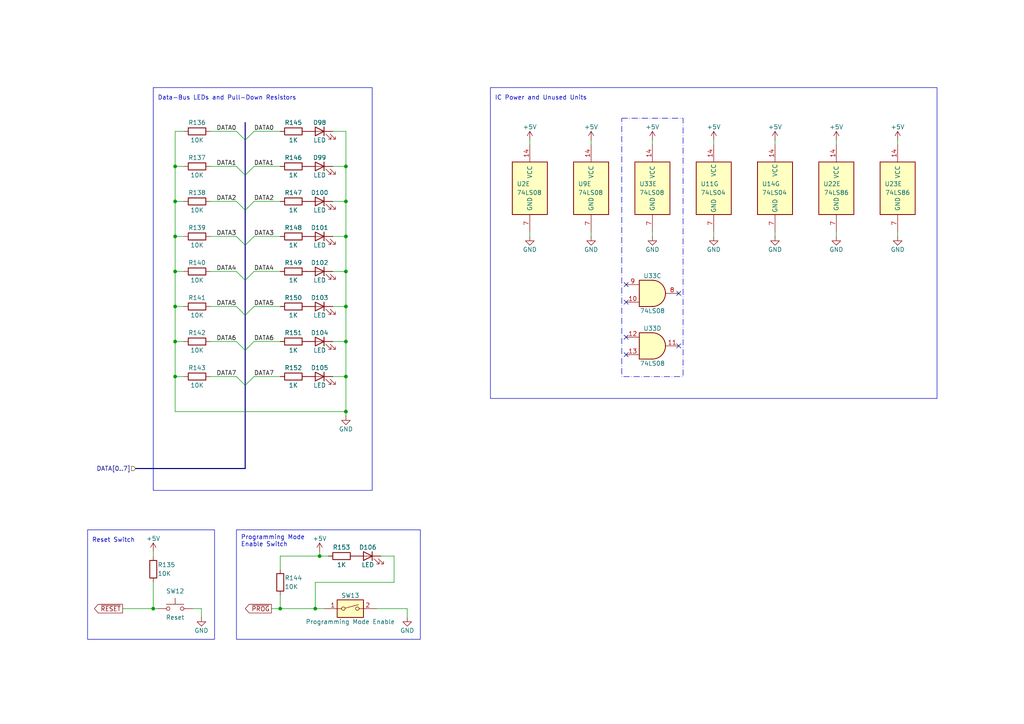
<source format=kicad_sch>
(kicad_sch (version 20231120) (generator "eeschema") (generator_version "8.0")
  (paper "A4")
  (title_block (title "8-Bit Computer - Miscellaneous") (date "2024-03-10") (rev "1") (comment 1 "Creator: Matan Brightbert"))
  (lib_symbols
    (symbol "74xx:74LS04"
      (property "Reference" "U" (at 0 1.27 0))
      (property "Value" "74LS04" (at 0 -1.27 0))
      (symbol "74LS04_1_0"
        (polyline (pts (xy -3.81 3.81) (xy -3.81 -3.81) (xy 3.81 0) (xy -3.81 3.81)) (stroke (width 0.254)) (fill (type background)))
        (pin input line (at -7.62 0 0) (length 3.81) (name "~") (number "1"))
        (pin output inverted (at 7.62 0 180) (length 3.81) (name "~") (number "2"))
      )
      (symbol "74LS04_2_0"
        (polyline (pts (xy -3.81 3.81) (xy -3.81 -3.81) (xy 3.81 0) (xy -3.81 3.81)) (stroke (width 0.254)) (fill (type background)))
        (pin input line (at -7.62 0 0) (length 3.81) (name "~") (number "3"))
        (pin output inverted (at 7.62 0 180) (length 3.81) (name "~") (number "4"))
      )
      (symbol "74LS04_3_0"
        (polyline (pts (xy -3.81 3.81) (xy -3.81 -3.81) (xy 3.81 0) (xy -3.81 3.81)) (stroke (width 0.254)) (fill (type background)))
        (pin input line (at -7.62 0 0) (length 3.81) (name "~") (number "5"))
        (pin output inverted (at 7.62 0 180) (length 3.81) (name "~") (number "6"))
      )
      (symbol "74LS04_4_0"
        (polyline (pts (xy -3.81 3.81) (xy -3.81 -3.81) (xy 3.81 0) (xy -3.81 3.81)) (stroke (width 0.254)) (fill (type background)))
        (pin output inverted (at 7.62 0 180) (length 3.81) (name "~") (number "8"))
        (pin input line (at -7.62 0 0) (length 3.81) (name "~") (number "9"))
      )
      (symbol "74LS04_5_0"
        (polyline (pts (xy -3.81 3.81) (xy -3.81 -3.81) (xy 3.81 0) (xy -3.81 3.81)) (stroke (width 0.254)) (fill (type background)))
        (pin output inverted (at 7.62 0 180) (length 3.81) (name "~") (number "10"))
        (pin input line (at -7.62 0 0) (length 3.81) (name "~") (number "11"))
      )
      (symbol "74LS04_6_0"
        (polyline (pts (xy -3.81 3.81) (xy -3.81 -3.81) (xy 3.81 0) (xy -3.81 3.81)) (stroke (width 0.254)) (fill (type background)))
        (pin output inverted (at 7.62 0 180) (length 3.81) (name "~") (number "12"))
        (pin input line (at -7.62 0 0) (length 3.81) (name "~") (number "13"))
      )
      (symbol "74LS04_7_0"
        (pin power_in line (at 0 12.7 270) (length 5.08) (name "VCC") (number "14"))
        (pin power_in line (at 0 -12.7 90) (length 5.08) (name "GND") (number "7"))
      )
      (symbol "74LS04_7_1"
        (rectangle (start -5.08 7.62) (end 5.08 -7.62) (stroke (width 0.254)) (fill (type background)))
      )
    )
    (symbol "74xx:74LS08" (pin_names (offset 1.016))
      (property "Reference" "U" (at 0 1.27 0))
      (property "Value" "74LS08" (at 0 -1.27 0))
      (symbol "74LS08_1_1"
        (arc (start 0 -3.81) (mid 3.7934 0) (end 0 3.81) (stroke (width 0.254)) (fill (type background)))
        (polyline (pts (xy 0 3.81) (xy -3.81 3.81) (xy -3.81 -3.81) (xy 0 -3.81)) (stroke (width 0.254)) (fill (type background)))
        (pin input line (at -7.62 2.54 0) (length 3.81) (name "~") (number "1"))
        (pin input line (at -7.62 -2.54 0) (length 3.81) (name "~") (number "2"))
        (pin output line (at 7.62 0 180) (length 3.81) (name "~") (number "3"))
      )
      (symbol "74LS08_1_2"
        (arc (start -3.81 -3.81) (mid -2.589 0) (end -3.81 3.81) (stroke (width 0.254)))
        (arc (start -0.6096 -3.81) (mid 2.1842 -2.5851) (end 3.81 0) (stroke (width 0.254)) (fill (type background)))
        (polyline (pts (xy -3.81 -3.81) (xy -0.635 -3.81)) (stroke (width 0.254)) (fill (type background)))
        (polyline (pts (xy -3.81 3.81) (xy -0.635 3.81)) (stroke (width 0.254)) (fill (type background)))
        (polyline (pts (xy -0.635 3.81) (xy -3.81 3.81) (xy -3.81 3.81) (xy -3.556 3.4036) (xy -3.0226 2.2606) (xy -2.6924 1.0414) (xy -2.6162 -0.254) (xy -2.7686 -1.4986) (xy -3.175 -2.7178) (xy -3.81 -3.81) (xy -3.81 -3.81) (xy -0.635 -3.81)) (stroke (width -25.4)) (fill (type background)))
        (arc (start 3.81 0) (mid 2.1915 2.5936) (end -0.6096 3.81) (stroke (width 0.254)) (fill (type background)))
        (pin input inverted (at -7.62 2.54 0) (length 4.318) (name "~") (number "1"))
        (pin input inverted (at -7.62 -2.54 0) (length 4.318) (name "~") (number "2"))
        (pin output inverted (at 7.62 0 180) (length 3.81) (name "~") (number "3"))
      )
      (symbol "74LS08_2_1"
        (arc (start 0 -3.81) (mid 3.7934 0) (end 0 3.81) (stroke (width 0.254)) (fill (type background)))
        (polyline (pts (xy 0 3.81) (xy -3.81 3.81) (xy -3.81 -3.81) (xy 0 -3.81)) (stroke (width 0.254)) (fill (type background)))
        (pin input line (at -7.62 2.54 0) (length 3.81) (name "~") (number "4"))
        (pin input line (at -7.62 -2.54 0) (length 3.81) (name "~") (number "5"))
        (pin output line (at 7.62 0 180) (length 3.81) (name "~") (number "6"))
      )
      (symbol "74LS08_2_2"
        (arc (start -3.81 -3.81) (mid -2.589 0) (end -3.81 3.81) (stroke (width 0.254)))
        (arc (start -0.6096 -3.81) (mid 2.1842 -2.5851) (end 3.81 0) (stroke (width 0.254)) (fill (type background)))
        (polyline (pts (xy -3.81 -3.81) (xy -0.635 -3.81)) (stroke (width 0.254)) (fill (type background)))
        (polyline (pts (xy -3.81 3.81) (xy -0.635 3.81)) (stroke (width 0.254)) (fill (type background)))
        (polyline (pts (xy -0.635 3.81) (xy -3.81 3.81) (xy -3.81 3.81) (xy -3.556 3.4036) (xy -3.0226 2.2606) (xy -2.6924 1.0414) (xy -2.6162 -0.254) (xy -2.7686 -1.4986) (xy -3.175 -2.7178) (xy -3.81 -3.81) (xy -3.81 -3.81) (xy -0.635 -3.81)) (stroke (width -25.4)) (fill (type background)))
        (arc (start 3.81 0) (mid 2.1915 2.5936) (end -0.6096 3.81) (stroke (width 0.254)) (fill (type background)))
        (pin input inverted (at -7.62 2.54 0) (length 4.318) (name "~") (number "4"))
        (pin input inverted (at -7.62 -2.54 0) (length 4.318) (name "~") (number "5"))
        (pin output inverted (at 7.62 0 180) (length 3.81) (name "~") (number "6"))
      )
      (symbol "74LS08_3_1"
        (arc (start 0 -3.81) (mid 3.7934 0) (end 0 3.81) (stroke (width 0.254)) (fill (type background)))
        (polyline (pts (xy 0 3.81) (xy -3.81 3.81) (xy -3.81 -3.81) (xy 0 -3.81)) (stroke (width 0.254)) (fill (type background)))
        (pin input line (at -7.62 -2.54 0) (length 3.81) (name "~") (number "10"))
        (pin output line (at 7.62 0 180) (length 3.81) (name "~") (number "8"))
        (pin input line (at -7.62 2.54 0) (length 3.81) (name "~") (number "9"))
      )
      (symbol "74LS08_3_2"
        (arc (start -3.81 -3.81) (mid -2.589 0) (end -3.81 3.81) (stroke (width 0.254)))
        (arc (start -0.6096 -3.81) (mid 2.1842 -2.5851) (end 3.81 0) (stroke (width 0.254)) (fill (type background)))
        (polyline (pts (xy -3.81 -3.81) (xy -0.635 -3.81)) (stroke (width 0.254)) (fill (type background)))
        (polyline (pts (xy -3.81 3.81) (xy -0.635 3.81)) (stroke (width 0.254)) (fill (type background)))
        (polyline (pts (xy -0.635 3.81) (xy -3.81 3.81) (xy -3.81 3.81) (xy -3.556 3.4036) (xy -3.0226 2.2606) (xy -2.6924 1.0414) (xy -2.6162 -0.254) (xy -2.7686 -1.4986) (xy -3.175 -2.7178) (xy -3.81 -3.81) (xy -3.81 -3.81) (xy -0.635 -3.81)) (stroke (width -25.4)) (fill (type background)))
        (arc (start 3.81 0) (mid 2.1915 2.5936) (end -0.6096 3.81) (stroke (width 0.254)) (fill (type background)))
        (pin input inverted (at -7.62 -2.54 0) (length 4.318) (name "~") (number "10"))
        (pin output inverted (at 7.62 0 180) (length 3.81) (name "~") (number "8"))
        (pin input inverted (at -7.62 2.54 0) (length 4.318) (name "~") (number "9"))
      )
      (symbol "74LS08_4_1"
        (arc (start 0 -3.81) (mid 3.7934 0) (end 0 3.81) (stroke (width 0.254)) (fill (type background)))
        (polyline (pts (xy 0 3.81) (xy -3.81 3.81) (xy -3.81 -3.81) (xy 0 -3.81)) (stroke (width 0.254)) (fill (type background)))
        (pin output line (at 7.62 0 180) (length 3.81) (name "~") (number "11"))
        (pin input line (at -7.62 2.54 0) (length 3.81) (name "~") (number "12"))
        (pin input line (at -7.62 -2.54 0) (length 3.81) (name "~") (number "13"))
      )
      (symbol "74LS08_4_2"
        (arc (start -3.81 -3.81) (mid -2.589 0) (end -3.81 3.81) (stroke (width 0.254)))
        (arc (start -0.6096 -3.81) (mid 2.1842 -2.5851) (end 3.81 0) (stroke (width 0.254)) (fill (type background)))
        (polyline (pts (xy -3.81 -3.81) (xy -0.635 -3.81)) (stroke (width 0.254)) (fill (type background)))
        (polyline (pts (xy -3.81 3.81) (xy -0.635 3.81)) (stroke (width 0.254)) (fill (type background)))
        (polyline (pts (xy -0.635 3.81) (xy -3.81 3.81) (xy -3.81 3.81) (xy -3.556 3.4036) (xy -3.0226 2.2606) (xy -2.6924 1.0414) (xy -2.6162 -0.254) (xy -2.7686 -1.4986) (xy -3.175 -2.7178) (xy -3.81 -3.81) (xy -3.81 -3.81) (xy -0.635 -3.81)) (stroke (width -25.4)) (fill (type background)))
        (arc (start 3.81 0) (mid 2.1915 2.5936) (end -0.6096 3.81) (stroke (width 0.254)) (fill (type background)))
        (pin output inverted (at 7.62 0 180) (length 3.81) (name "~") (number "11"))
        (pin input inverted (at -7.62 2.54 0) (length 4.318) (name "~") (number "12"))
        (pin input inverted (at -7.62 -2.54 0) (length 4.318) (name "~") (number "13"))
      )
      (symbol "74LS08_5_0"
        (pin power_in line (at 0 12.7 270) (length 5.08) (name "VCC") (number "14"))
        (pin power_in line (at 0 -12.7 90) (length 5.08) (name "GND") (number "7"))
      )
      (symbol "74LS08_5_1"
        (rectangle (start -5.08 7.62) (end 5.08 -7.62) (stroke (width 0.254)) (fill (type background)))
      )
    )
    (symbol "74xx:74LS86" (pin_names (offset 1.016))
      (property "Reference" "U" (at 0 1.27 0))
      (property "Value" "74LS86" (at 0 -1.27 0))
      (symbol "74LS86_1_0"
        (arc (start -4.4196 -3.81) (mid -3.2033 0) (end -4.4196 3.81) (stroke (width 0.254)))
        (arc (start -3.81 -3.81) (mid -2.589 0) (end -3.81 3.81) (stroke (width 0.254)))
        (arc (start -0.6096 -3.81) (mid 2.1842 -2.5851) (end 3.81 0) (stroke (width 0.254)) (fill (type background)))
        (polyline (pts (xy -3.81 -3.81) (xy -0.635 -3.81)) (stroke (width 0.254)) (fill (type background)))
        (polyline (pts (xy -3.81 3.81) (xy -0.635 3.81)) (stroke (width 0.254)) (fill (type background)))
        (polyline (pts (xy -0.635 3.81) (xy -3.81 3.81) (xy -3.81 3.81) (xy -3.556 3.4036) (xy -3.0226 2.2606) (xy -2.6924 1.0414) (xy -2.6162 -0.254) (xy -2.7686 -1.4986) (xy -3.175 -2.7178) (xy -3.81 -3.81) (xy -3.81 -3.81) (xy -0.635 -3.81)) (stroke (width -25.4)) (fill (type background)))
        (arc (start 3.81 0) (mid 2.1915 2.5936) (end -0.6096 3.81) (stroke (width 0.254)) (fill (type background)))
        (pin input line (at -7.62 2.54 0) (length 4.445) (name "~") (number "1"))
        (pin input line (at -7.62 -2.54 0) (length 4.445) (name "~") (number "2"))
        (pin output line (at 7.62 0 180) (length 3.81) (name "~") (number "3"))
      )
      (symbol "74LS86_1_1"
        (polyline (pts (xy -3.81 -2.54) (xy -3.175 -2.54)) (stroke (width 0.1524)))
        (polyline (pts (xy -3.81 2.54) (xy -3.175 2.54)) (stroke (width 0.1524)))
      )
      (symbol "74LS86_2_0"
        (arc (start -4.4196 -3.81) (mid -3.2033 0) (end -4.4196 3.81) (stroke (width 0.254)))
        (arc (start -3.81 -3.81) (mid -2.589 0) (end -3.81 3.81) (stroke (width 0.254)))
        (arc (start -0.6096 -3.81) (mid 2.1842 -2.5851) (end 3.81 0) (stroke (width 0.254)) (fill (type background)))
        (polyline (pts (xy -3.81 -3.81) (xy -0.635 -3.81)) (stroke (width 0.254)) (fill (type background)))
        (polyline (pts (xy -3.81 3.81) (xy -0.635 3.81)) (stroke (width 0.254)) (fill (type background)))
        (polyline (pts (xy -0.635 3.81) (xy -3.81 3.81) (xy -3.81 3.81) (xy -3.556 3.4036) (xy -3.0226 2.2606) (xy -2.6924 1.0414) (xy -2.6162 -0.254) (xy -2.7686 -1.4986) (xy -3.175 -2.7178) (xy -3.81 -3.81) (xy -3.81 -3.81) (xy -0.635 -3.81)) (stroke (width -25.4)) (fill (type background)))
        (arc (start 3.81 0) (mid 2.1915 2.5936) (end -0.6096 3.81) (stroke (width 0.254)) (fill (type background)))
        (pin input line (at -7.62 2.54 0) (length 4.445) (name "~") (number "4"))
        (pin input line (at -7.62 -2.54 0) (length 4.445) (name "~") (number "5"))
        (pin output line (at 7.62 0 180) (length 3.81) (name "~") (number "6"))
      )
      (symbol "74LS86_2_1"
        (polyline (pts (xy -3.81 -2.54) (xy -3.175 -2.54)) (stroke (width 0.1524)))
        (polyline (pts (xy -3.81 2.54) (xy -3.175 2.54)) (stroke (width 0.1524)))
      )
      (symbol "74LS86_3_0"
        (arc (start -4.4196 -3.81) (mid -3.2033 0) (end -4.4196 3.81) (stroke (width 0.254)))
        (arc (start -3.81 -3.81) (mid -2.589 0) (end -3.81 3.81) (stroke (width 0.254)))
        (arc (start -0.6096 -3.81) (mid 2.1842 -2.5851) (end 3.81 0) (stroke (width 0.254)) (fill (type background)))
        (polyline (pts (xy -3.81 -3.81) (xy -0.635 -3.81)) (stroke (width 0.254)) (fill (type background)))
        (polyline (pts (xy -3.81 3.81) (xy -0.635 3.81)) (stroke (width 0.254)) (fill (type background)))
        (polyline (pts (xy -0.635 3.81) (xy -3.81 3.81) (xy -3.81 3.81) (xy -3.556 3.4036) (xy -3.0226 2.2606) (xy -2.6924 1.0414) (xy -2.6162 -0.254) (xy -2.7686 -1.4986) (xy -3.175 -2.7178) (xy -3.81 -3.81) (xy -3.81 -3.81) (xy -0.635 -3.81)) (stroke (width -25.4)) (fill (type background)))
        (arc (start 3.81 0) (mid 2.1915 2.5936) (end -0.6096 3.81) (stroke (width 0.254)) (fill (type background)))
        (pin input line (at -7.62 -2.54 0) (length 4.445) (name "~") (number "10"))
        (pin output line (at 7.62 0 180) (length 3.81) (name "~") (number "8"))
        (pin input line (at -7.62 2.54 0) (length 4.445) (name "~") (number "9"))
      )
      (symbol "74LS86_3_1"
        (polyline (pts (xy -3.81 -2.54) (xy -3.175 -2.54)) (stroke (width 0.1524)))
        (polyline (pts (xy -3.81 2.54) (xy -3.175 2.54)) (stroke (width 0.1524)))
      )
      (symbol "74LS86_4_0"
        (arc (start -4.4196 -3.81) (mid -3.2033 0) (end -4.4196 3.81) (stroke (width 0.254)))
        (arc (start -3.81 -3.81) (mid -2.589 0) (end -3.81 3.81) (stroke (width 0.254)))
        (arc (start -0.6096 -3.81) (mid 2.1842 -2.5851) (end 3.81 0) (stroke (width 0.254)) (fill (type background)))
        (polyline (pts (xy -3.81 -3.81) (xy -0.635 -3.81)) (stroke (width 0.254)) (fill (type background)))
        (polyline (pts (xy -3.81 3.81) (xy -0.635 3.81)) (stroke (width 0.254)) (fill (type background)))
        (polyline (pts (xy -0.635 3.81) (xy -3.81 3.81) (xy -3.81 3.81) (xy -3.556 3.4036) (xy -3.0226 2.2606) (xy -2.6924 1.0414) (xy -2.6162 -0.254) (xy -2.7686 -1.4986) (xy -3.175 -2.7178) (xy -3.81 -3.81) (xy -3.81 -3.81) (xy -0.635 -3.81)) (stroke (width -25.4)) (fill (type background)))
        (arc (start 3.81 0) (mid 2.1915 2.5936) (end -0.6096 3.81) (stroke (width 0.254)) (fill (type background)))
        (pin output line (at 7.62 0 180) (length 3.81) (name "~") (number "11"))
        (pin input line (at -7.62 2.54 0) (length 4.445) (name "~") (number "12"))
        (pin input line (at -7.62 -2.54 0) (length 4.445) (name "~") (number "13"))
      )
      (symbol "74LS86_4_1"
        (polyline (pts (xy -3.81 -2.54) (xy -3.175 -2.54)) (stroke (width 0.1524)))
        (polyline (pts (xy -3.81 2.54) (xy -3.175 2.54)) (stroke (width 0.1524)))
      )
      (symbol "74LS86_5_0"
        (pin power_in line (at 0 12.7 270) (length 5.08) (name "VCC") (number "14"))
        (pin power_in line (at 0 -12.7 90) (length 5.08) (name "GND") (number "7"))
      )
      (symbol "74LS86_5_1"
        (rectangle (start -5.08 7.62) (end 5.08 -7.62) (stroke (width 0.254)) (fill (type background)))
      )
    )
    (symbol "Device:LED" (pin_numbers hide) (pin_names (offset 1.016) hide)
      (property "Reference" "D" (at 0 2.54 0))
      (property "Value" "LED" (at 0 -2.54 0))
      (symbol "LED_0_1"
        (polyline (pts (xy -1.27 -1.27) (xy -1.27 1.27)) (stroke (width 0.254)))
        (polyline (pts (xy -1.27 0) (xy 1.27 0)))
        (polyline (pts (xy 1.27 -1.27) (xy 1.27 1.27) (xy -1.27 0) (xy 1.27 -1.27)) (stroke (width 0.254)))
        (polyline (pts (xy -3.048 -0.762) (xy -4.572 -2.286) (xy -3.81 -2.286) (xy -4.572 -2.286) (xy -4.572 -1.524)))
        (polyline (pts (xy -1.778 -0.762) (xy -3.302 -2.286) (xy -2.54 -2.286) (xy -3.302 -2.286) (xy -3.302 -1.524)))
      )
      (symbol "LED_1_1"
        (pin passive line (at -3.81 0 0) (length 2.54) (name "K") (number "1"))
        (pin passive line (at 3.81 0 180) (length 2.54) (name "A") (number "2"))
      )
    )
    (symbol "Device:R" (pin_numbers hide) (pin_names (offset 0))
      (property "Reference" "R" (at 2.032 0 90))
      (property "Value" "R" (at 0 0 90))
      (symbol "R_0_1"
        (rectangle (start -1.016 -2.54) (end 1.016 2.54) (stroke (width 0.254)))
      )
      (symbol "R_1_1"
        (pin passive line (at 0 3.81 270) (length 1.27) (name "~") (number "1"))
        (pin passive line (at 0 -3.81 90) (length 1.27) (name "~") (number "2"))
      )
    )
    (symbol "Switch:SW_DIP_x01" (pin_names (offset 0) hide)
      (property "Reference" "SW" (at 0 3.81 0))
      (property "Value" "SW_DIP_x01" (at 0 -3.81 0))
      (symbol "SW_DIP_x01_0_0"
        (circle (center -2.032 0) (radius 0.508))
        (polyline (pts (xy -1.524 0.127) (xy 2.3622 1.1684)))
        (circle (center 2.032 0) (radius 0.508))
      )
      (symbol "SW_DIP_x01_0_1"
        (rectangle (start -3.81 2.54) (end 3.81 -2.54) (stroke (width 0.254)) (fill (type background)))
      )
      (symbol "SW_DIP_x01_1_1"
        (pin passive line (at -7.62 0 0) (length 5.08) (name "~") (number "1"))
        (pin passive line (at 7.62 0 180) (length 5.08) (name "~") (number "2"))
      )
    )
    (symbol "Switch:SW_Push" (pin_numbers hide) (pin_names (offset 1.016) hide)
      (property "Reference" "SW" (at 1.27 2.54 0))
      (property "Value" "SW_Push" (at 0 -1.524 0))
      (symbol "SW_Push_0_1"
        (circle (center -2.032 0) (radius 0.508))
        (polyline (pts (xy 0 1.27) (xy 0 3.048)))
        (polyline (pts (xy 2.54 1.27) (xy -2.54 1.27)))
        (circle (center 2.032 0) (radius 0.508))
        (pin passive line (at -5.08 0 0) (length 2.54) (name "1") (number "1"))
        (pin passive line (at 5.08 0 180) (length 2.54) (name "2") (number "2"))
      )
    )
    (symbol "power:+5V" (power) (pin_numbers hide) (pin_names (offset 0) hide)
      (property "Value" "+5V" (at 0 3.556 0))
      (symbol "+5V_0_1"
        (polyline (pts (xy -0.762 1.27) (xy 0 2.54)))
        (polyline (pts (xy 0 0) (xy 0 2.54)))
        (polyline (pts (xy 0 2.54) (xy 0.762 1.27)))
      )
      (symbol "+5V_1_1"
        (pin power_in line (at 0 0 90) (length 0) (name "~") (number "1"))
      )
    )
    (symbol "power:GND" (power) (pin_numbers hide) (pin_names (offset 0) hide)
      (property "Value" "GND" (at 0 -3.81 0))
      (symbol "GND_0_1"
        (polyline (pts (xy 0 0) (xy 0 -1.27) (xy 1.27 -1.27) (xy 0 -2.54) (xy -1.27 -1.27) (xy 0 -1.27)))
      )
      (symbol "GND_1_1"
        (pin power_in line (at 0 0 270) (length 0) (name "~") (number "1"))
      )
    )
  )
  (junction (at 100.33 119.38))
  (junction (at 50.8 78.74))
  (junction (at 50.8 68.58))
  (junction (at 100.33 68.58))
  (junction (at 50.8 99.06))
  (junction (at 50.8 48.26))
  (junction (at 100.33 88.9))
  (junction (at 50.8 109.22))
  (junction (at 100.33 109.22))
  (junction (at 50.8 88.9))
  (junction (at 44.45 176.53))
  (junction (at 91.44 176.53))
  (junction (at 100.33 99.06))
  (junction (at 100.33 78.74))
  (junction (at 81.28 176.53))
  (junction (at 50.8 58.42))
  (junction (at 100.33 48.26))
  (junction (at 100.33 58.42))
  (junction (at 92.71 161.29))
  (no_connect (at 181.61 97.79))
  (no_connect (at 196.85 100.33))
  (no_connect (at 181.61 87.63))
  (no_connect (at 196.85 85.09))
  (no_connect (at 181.61 102.87))
  (no_connect (at 181.61 82.55))
  (bus_entry (at 73.66 48.26) (size -2.54 2.54))
  (bus_entry (at 73.66 68.58) (size -2.54 2.54))
  (bus_entry (at 73.66 58.42) (size -2.54 2.54))
  (bus_entry (at 68.58 88.9) (size 2.54 2.54))
  (bus_entry (at 73.66 38.1) (size -2.54 2.54))
  (bus_entry (at 73.66 88.9) (size -2.54 2.54))
  (bus_entry (at 73.66 109.22) (size -2.54 2.54))
  (bus_entry (at 68.58 58.42) (size 2.54 2.54))
  (bus_entry (at 68.58 38.1) (size 2.54 2.54))
  (bus_entry (at 68.58 78.74) (size 2.54 2.54))
  (bus_entry (at 68.58 68.58) (size 2.54 2.54))
  (bus_entry (at 68.58 99.06) (size 2.54 2.54))
  (bus_entry (at 68.58 109.22) (size 2.54 2.54))
  (bus_entry (at 73.66 99.06) (size -2.54 2.54))
  (bus_entry (at 73.66 78.74) (size -2.54 2.54))
  (bus_entry (at 68.58 48.26) (size 2.54 2.54))
  (wire (pts (xy 53.34 99.06) (xy 50.8 99.06)))
  (wire (pts (xy 78.74 176.53) (xy 81.28 176.53)))
  (wire (pts (xy 100.33 109.22) (xy 100.33 119.38)))
  (wire (pts (xy 114.3 168.91) (xy 91.44 168.91)))
  (bus (pts (xy 71.12 91.44) (xy 71.12 101.6)))
  (wire (pts (xy 100.33 58.42) (xy 100.33 68.58)))
  (wire (pts (xy 53.34 78.74) (xy 50.8 78.74)))
  (bus (pts (xy 71.12 40.64) (xy 71.12 50.8)))
  (wire (pts (xy 58.42 179.07) (xy 58.42 176.53)))
  (wire (pts (xy 207.01 68.58) (xy 207.01 67.31)))
  (wire (pts (xy 55.88 176.53) (xy 58.42 176.53)))
  (wire (pts (xy 260.35 68.58) (xy 260.35 67.31)))
  (wire (pts (xy 96.52 38.1) (xy 100.33 38.1)))
  (wire (pts (xy 68.58 58.42) (xy 60.96 58.42)))
  (wire (pts (xy 92.71 161.29) (xy 95.25 161.29)))
  (wire (pts (xy 100.33 38.1) (xy 100.33 48.26)))
  (wire (pts (xy 100.33 120.65) (xy 100.33 119.38)))
  (wire (pts (xy 50.8 99.06) (xy 50.8 109.22)))
  (wire (pts (xy 73.66 68.58) (xy 81.28 68.58)))
  (wire (pts (xy 81.28 161.29) (xy 81.28 165.1)))
  (wire (pts (xy 96.52 68.58) (xy 100.33 68.58)))
  (wire (pts (xy 53.34 38.1) (xy 50.8 38.1)))
  (wire (pts (xy 68.58 88.9) (xy 60.96 88.9)))
  (wire (pts (xy 96.52 109.22) (xy 100.33 109.22)))
  (bus (pts (xy 71.12 50.8) (xy 71.12 60.96)))
  (wire (pts (xy 68.58 78.74) (xy 60.96 78.74)))
  (wire (pts (xy 45.72 176.53) (xy 44.45 176.53)))
  (wire (pts (xy 81.28 161.29) (xy 92.71 161.29)))
  (wire (pts (xy 50.8 68.58) (xy 50.8 78.74)))
  (wire (pts (xy 73.66 48.26) (xy 81.28 48.26)))
  (wire (pts (xy 100.33 68.58) (xy 100.33 78.74)))
  (wire (pts (xy 242.57 68.58) (xy 242.57 67.31)))
  (wire (pts (xy 224.79 68.58) (xy 224.79 67.31)))
  (wire (pts (xy 171.45 68.58) (xy 171.45 67.31)))
  (wire (pts (xy 68.58 109.22) (xy 60.96 109.22)))
  (wire (pts (xy 68.58 48.26) (xy 60.96 48.26)))
  (bus (pts (xy 39.37 135.89) (xy 71.12 135.89)))
  (wire (pts (xy 53.34 68.58) (xy 50.8 68.58)))
  (wire (pts (xy 50.8 58.42) (xy 50.8 68.58)))
  (wire (pts (xy 50.8 38.1) (xy 50.8 48.26)))
  (wire (pts (xy 100.33 48.26) (xy 100.33 58.42)))
  (wire (pts (xy 68.58 99.06) (xy 60.96 99.06)))
  (bus (pts (xy 71.12 81.28) (xy 71.12 91.44)))
  (wire (pts (xy 53.34 88.9) (xy 50.8 88.9)))
  (bus (pts (xy 71.12 101.6) (xy 71.12 111.76)))
  (wire (pts (xy 171.45 40.64) (xy 171.45 41.91)))
  (wire (pts (xy 207.01 40.64) (xy 207.01 41.91)))
  (bus (pts (xy 71.12 111.76) (xy 71.12 135.89)))
  (wire (pts (xy 118.11 179.07) (xy 118.11 176.53)))
  (wire (pts (xy 114.3 161.29) (xy 114.3 168.91)))
  (wire (pts (xy 35.56 176.53) (xy 44.45 176.53)))
  (wire (pts (xy 96.52 48.26) (xy 100.33 48.26)))
  (wire (pts (xy 53.34 48.26) (xy 50.8 48.26)))
  (wire (pts (xy 50.8 48.26) (xy 50.8 58.42)))
  (wire (pts (xy 91.44 176.53) (xy 93.98 176.53)))
  (wire (pts (xy 73.66 99.06) (xy 81.28 99.06)))
  (wire (pts (xy 73.66 109.22) (xy 81.28 109.22)))
  (wire (pts (xy 96.52 99.06) (xy 100.33 99.06)))
  (bus (pts (xy 71.12 35.56) (xy 71.12 40.64)))
  (wire (pts (xy 109.22 176.53) (xy 118.11 176.53)))
  (wire (pts (xy 92.71 161.29) (xy 92.71 160.02)))
  (wire (pts (xy 73.66 58.42) (xy 81.28 58.42)))
  (wire (pts (xy 242.57 40.64) (xy 242.57 41.91)))
  (wire (pts (xy 44.45 160.02) (xy 44.45 161.29)))
  (bus (pts (xy 71.12 71.12) (xy 71.12 81.28)))
  (wire (pts (xy 50.8 78.74) (xy 50.8 88.9)))
  (bus (pts (xy 71.12 60.96) (xy 71.12 71.12)))
  (wire (pts (xy 81.28 172.72) (xy 81.28 176.53)))
  (wire (pts (xy 44.45 168.91) (xy 44.45 176.53)))
  (wire (pts (xy 96.52 88.9) (xy 100.33 88.9)))
  (wire (pts (xy 110.49 161.29) (xy 114.3 161.29)))
  (wire (pts (xy 68.58 68.58) (xy 60.96 68.58)))
  (wire (pts (xy 50.8 119.38) (xy 100.33 119.38)))
  (wire (pts (xy 224.79 40.64) (xy 224.79 41.91)))
  (wire (pts (xy 50.8 109.22) (xy 50.8 119.38)))
  (wire (pts (xy 91.44 168.91) (xy 91.44 176.53)))
  (wire (pts (xy 100.33 88.9) (xy 100.33 99.06)))
  (wire (pts (xy 100.33 78.74) (xy 100.33 88.9)))
  (wire (pts (xy 53.34 58.42) (xy 50.8 58.42)))
  (wire (pts (xy 73.66 88.9) (xy 81.28 88.9)))
  (wire (pts (xy 153.67 40.64) (xy 153.67 41.91)))
  (wire (pts (xy 73.66 38.1) (xy 81.28 38.1)))
  (wire (pts (xy 53.34 109.22) (xy 50.8 109.22)))
  (wire (pts (xy 96.52 58.42) (xy 100.33 58.42)))
  (wire (pts (xy 96.52 78.74) (xy 100.33 78.74)))
  (wire (pts (xy 73.66 78.74) (xy 81.28 78.74)))
  (wire (pts (xy 81.28 176.53) (xy 91.44 176.53)))
  (wire (pts (xy 153.67 68.58) (xy 153.67 67.31)))
  (wire (pts (xy 68.58 38.1) (xy 60.96 38.1)))
  (wire (pts (xy 50.8 88.9) (xy 50.8 99.06)))
  (wire (pts (xy 189.23 40.64) (xy 189.23 41.91)))
  (wire (pts (xy 100.33 99.06) (xy 100.33 109.22)))
  (wire (pts (xy 189.23 68.58) (xy 189.23 67.31)))
  (wire (pts (xy 260.35 40.64) (xy 260.35 41.91)))
  (rectangle (start 68.58 153.67) (end 121.92 185.42))
  (rectangle (start 25.4 153.67) (end 62.23 185.42))
  (rectangle (start 44.45 25.4) (end 107.95 142.24))
  (rectangle (start 180.34 34.29) (end 198.12 109.22) (stroke (width 0) (type dash_dot)))
  (rectangle (start 142.24 25.4) (end 271.78 115.57))
  (text "IC Power and Unused Units" (at 143.51 29.21 0) (effects (font (size 1.27 1.27)) (justify left bottom)))
  (text "Reset Switch" (at 26.67 157.48 0) (effects (font (size 1.27 1.27)) (justify left bottom)))
  (text "Data-Bus LEDs and Pull-Down Resistors" (at 45.72 29.21 0) (effects (font (size 1.27 1.27)) (justify left bottom)))
  (text "Programming Mode\nEnable Switch" (at 69.85 158.75 0) (effects (font (size 1.27 1.27)) (justify left bottom)))
  (label "DATA2" (at 73.66 58.42 0))
  (label "DATA6" (at 73.66 99.06 0))
  (label "DATA5" (at 68.58 88.9 180))
  (label "DATA7" (at 68.58 109.22 180))
  (label "DATA5" (at 73.66 88.9 0))
  (label "DATA1" (at 73.66 48.26 0))
  (label "DATA3" (at 73.66 68.58 0))
  (label "DATA2" (at 68.58 58.42 180))
  (label "DATA7" (at 73.66 109.22 0))
  (label "DATA0" (at 68.58 38.1 180))
  (label "DATA6" (at 68.58 99.06 180))
  (label "DATA4" (at 68.58 78.74 180))
  (label "DATA0" (at 73.66 38.1 0))
  (label "DATA1" (at 68.58 48.26 180))
  (label "DATA3" (at 68.58 68.58 180))
  (label "DATA4" (at 73.66 78.74 0))
  (global_label "~{RESET}" (shape output) (at 35.56 176.53 180) (property "Intersheetrefs" "${INTERSHEET_REFS}" (effects (hide yes))))
  (global_label "~{PROG}" (shape output) (at 78.74 176.53 180) (property "Intersheetrefs" "${INTERSHEET_REFS}" (effects (hide yes))))
  (hierarchical_label "DATA[0..7]" (shape input) (at 39.37 135.89 180))
  (symbol (lib_id "Device:LED") (at 92.71 78.74 0) (mirror y) (unit 1)
    (property "Reference" "D102" (at 92.71 76.2 0))
    (property "Value" "LED" (at 92.71 81.28 0))
    (property "Footprint" "LED_THT:LED_D3.0mm" (effects (hide yes)))
    (property "Description" "Light emitting diode" (effects (hide yes)))
  )
  (symbol (lib_id "Device:R") (at 57.15 48.26 270) (mirror x) (unit 1)
    (property "Reference" "R137" (at 57.15 45.72 90))
    (property "Value" "10K" (at 57.15 50.8 90))
    (property "Footprint" "Resistor_THT:R_Axial_DIN0207_L6.3mm_D2.5mm_P7.62mm_Horizontal" (effects (hide yes)))
    (property "Description" "Resistor" (effects (hide yes)))
  )
  (symbol (lib_id "74xx:74LS04") (at 224.79 54.61 0) (unit 7)
    (property "Reference" "U14" (at 220.98 53.34 0) (effects (justify left)))
    (property "Value" "74LS04" (at 220.98 55.88 0) (effects (justify left)))
    (property "Footprint" "Package_DIP:DIP-14_W7.62mm" (effects (hide yes)))
    (property "Datasheet" "http://www.ti.com/lit/gpn/sn74LS04" (effects (hide yes)))
    (property "Description" "Hex Inverter" (effects (hide yes)))
  )
  (symbol (lib_id "Device:LED") (at 92.71 58.42 0) (mirror y) (unit 1)
    (property "Reference" "D100" (at 92.71 55.88 0))
    (property "Value" "LED" (at 92.71 60.96 0))
    (property "Footprint" "LED_THT:LED_D3.0mm" (effects (hide yes)))
    (property "Description" "Light emitting diode" (effects (hide yes)))
  )
  (symbol (lib_id "Device:R") (at 85.09 58.42 90) (unit 1)
    (property "Reference" "R147" (at 85.09 55.88 90))
    (property "Value" "1K" (at 85.09 60.96 90))
    (property "Footprint" "Resistor_THT:R_Axial_DIN0207_L6.3mm_D2.5mm_P7.62mm_Horizontal" (effects (hide yes)))
    (property "Description" "Resistor" (effects (hide yes)))
  )
  (symbol (lib_id "74xx:74LS86") (at 242.57 54.61 0) (unit 5)
    (property "Reference" "U22" (at 238.76 53.34 0) (effects (justify left)))
    (property "Value" "74LS86" (at 242.57 55.88 0))
    (property "Footprint" "Package_DIP:DIP-14_W7.62mm" (effects (hide yes)))
    (property "Datasheet" "74xx/74ls86.pdf" (effects (hide yes)))
    (property "Description" "Quad 2-input XOR" (effects (hide yes)))
  )
  (symbol (lib_id "74xx:74LS08") (at 189.23 54.61 0) (unit 5)
    (property "Reference" "U33" (at 185.42 53.34 0) (effects (justify left)))
    (property "Value" "74LS08" (at 185.42 55.88 0) (effects (justify left)))
    (property "Footprint" "Package_DIP:DIP-14_W7.62mm" (effects (hide yes)))
    (property "Datasheet" "http://www.ti.com/lit/gpn/sn74LS08" (effects (hide yes)))
    (property "Description" "Quad And2" (effects (hide yes)))
  )
  (symbol (lib_id "74xx:74LS08") (at 189.23 100.33 0) (unit 4)
    (property "Reference" "U33" (at 189.23 95.25 0))
    (property "Value" "74LS08" (at 189.23 105.41 0))
    (property "Footprint" "Package_DIP:DIP-14_W7.62mm" (effects (hide yes)))
    (property "Datasheet" "http://www.ti.com/lit/gpn/sn74LS08" (effects (hide yes)))
    (property "Description" "Quad And2" (effects (hide yes)))
  )
  (symbol (lib_id "74xx:74LS08") (at 153.67 54.61 0) (unit 5)
    (property "Reference" "U2" (at 149.86 53.34 0) (effects (justify left)))
    (property "Value" "74LS08" (at 149.86 55.88 0) (effects (justify left)))
    (property "Footprint" "Package_DIP:DIP-14_W7.62mm" (effects (hide yes)))
    (property "Datasheet" "http://www.ti.com/lit/gpn/sn74LS08" (effects (hide yes)))
    (property "Description" "Quad And2" (effects (hide yes)))
  )
  (symbol (lib_id "power:GND") (at 153.67 68.58 0) (unit 1)
    (property "Reference" "#PWR096" (effects (hide yes)))
    (property "Value" "GND" (at 153.67 72.39 0))
    (property "Description" "Power symbol creates a global label with name \"GND\" , ground" (effects (hide yes)))
  )
  (symbol (lib_id "power:GND") (at 224.79 68.58 0) (unit 1)
    (property "Reference" "#PWR0104" (effects (hide yes)))
    (property "Value" "GND" (at 224.79 72.39 0))
    (property "Description" "Power symbol creates a global label with name \"GND\" , ground" (effects (hide yes)))
  )
  (symbol (lib_id "power:+5V") (at 171.45 40.64 0) (unit 1)
    (property "Reference" "#PWR097" (effects (hide yes)))
    (property "Value" "+5V" (at 171.45 36.83 0))
    (property "Description" "Power symbol creates a global label with name \"+5V\"" (effects (hide yes)))
  )
  (symbol (lib_id "Device:R") (at 57.15 99.06 270) (mirror x) (unit 1)
    (property "Reference" "R142" (at 57.15 96.52 90))
    (property "Value" "10K" (at 57.15 101.6 90))
    (property "Footprint" "Resistor_THT:R_Axial_DIN0207_L6.3mm_D2.5mm_P7.62mm_Horizontal" (effects (hide yes)))
    (property "Description" "Resistor" (effects (hide yes)))
  )
  (symbol (lib_id "power:+5V") (at 92.71 160.02 0) (unit 1)
    (property "Reference" "#PWR092" (effects (hide yes)))
    (property "Value" "+5V" (at 92.71 156.21 0))
    (property "Description" "Power symbol creates a global label with name \"+5V\"" (effects (hide yes)))
  )
  (symbol (lib_id "power:GND") (at 118.11 179.07 0) (unit 1)
    (property "Reference" "#PWR094" (effects (hide yes)))
    (property "Value" "GND" (at 118.11 182.88 0))
    (property "Description" "Power symbol creates a global label with name \"GND\" , ground" (effects (hide yes)))
  )
  (symbol (lib_id "Device:R") (at 85.09 99.06 90) (unit 1)
    (property "Reference" "R151" (at 85.09 96.52 90))
    (property "Value" "1K" (at 85.09 101.6 90))
    (property "Footprint" "Resistor_THT:R_Axial_DIN0207_L6.3mm_D2.5mm_P7.62mm_Horizontal" (effects (hide yes)))
    (property "Description" "Resistor" (effects (hide yes)))
  )
  (symbol (lib_id "Device:R") (at 57.15 109.22 270) (mirror x) (unit 1)
    (property "Reference" "R143" (at 57.15 106.68 90))
    (property "Value" "10K" (at 57.15 111.76 90))
    (property "Footprint" "Resistor_THT:R_Axial_DIN0207_L6.3mm_D2.5mm_P7.62mm_Horizontal" (effects (hide yes)))
    (property "Description" "Resistor" (effects (hide yes)))
  )
  (symbol (lib_id "Device:R") (at 85.09 88.9 90) (unit 1)
    (property "Reference" "R150" (at 85.09 86.36 90))
    (property "Value" "1K" (at 85.09 91.44 90))
    (property "Footprint" "Resistor_THT:R_Axial_DIN0207_L6.3mm_D2.5mm_P7.62mm_Horizontal" (effects (hide yes)))
    (property "Description" "Resistor" (effects (hide yes)))
  )
  (symbol (lib_id "power:+5V") (at 242.57 40.64 0) (unit 1)
    (property "Reference" "#PWR0105" (effects (hide yes)))
    (property "Value" "+5V" (at 242.57 36.83 0))
    (property "Description" "Power symbol creates a global label with name \"+5V\"" (effects (hide yes)))
  )
  (symbol (lib_id "Device:R") (at 44.45 165.1 0) (unit 1)
    (property "Reference" "R135" (at 45.72 163.83 0) (effects (justify left)))
    (property "Value" "10K" (at 45.72 166.37 0) (effects (justify left)))
    (property "Footprint" "Resistor_THT:R_Axial_DIN0207_L6.3mm_D2.5mm_P7.62mm_Horizontal" (effects (hide yes)))
    (property "Description" "Resistor" (effects (hide yes)))
  )
  (symbol (lib_id "power:+5V") (at 260.35 40.64 0) (unit 1)
    (property "Reference" "#PWR0107" (effects (hide yes)))
    (property "Value" "+5V" (at 260.35 36.83 0))
    (property "Description" "Power symbol creates a global label with name \"+5V\"" (effects (hide yes)))
  )
  (symbol (lib_id "power:+5V") (at 44.45 160.02 0) (unit 1)
    (property "Reference" "#PWR090" (effects (hide yes)))
    (property "Value" "+5V" (at 44.45 156.21 0))
    (property "Description" "Power symbol creates a global label with name \"+5V\"" (effects (hide yes)))
  )
  (symbol (lib_id "Device:R") (at 85.09 38.1 90) (unit 1)
    (property "Reference" "R145" (at 85.09 35.56 90))
    (property "Value" "1K" (at 85.09 40.64 90))
    (property "Footprint" "Resistor_THT:R_Axial_DIN0207_L6.3mm_D2.5mm_P7.62mm_Horizontal" (effects (hide yes)))
    (property "Description" "Resistor" (effects (hide yes)))
  )
  (symbol (lib_id "power:GND") (at 207.01 68.58 0) (unit 1)
    (property "Reference" "#PWR0102" (effects (hide yes)))
    (property "Value" "GND" (at 207.01 72.39 0))
    (property "Description" "Power symbol creates a global label with name \"GND\" , ground" (effects (hide yes)))
  )
  (symbol (lib_id "power:GND") (at 260.35 68.58 0) (unit 1)
    (property "Reference" "#PWR0108" (effects (hide yes)))
    (property "Value" "GND" (at 260.35 72.39 0))
    (property "Description" "Power symbol creates a global label with name \"GND\" , ground" (effects (hide yes)))
  )
  (symbol (lib_id "Device:LED") (at 92.71 48.26 0) (mirror y) (unit 1)
    (property "Reference" "D99" (at 92.71 45.72 0))
    (property "Value" "LED" (at 92.71 50.8 0))
    (property "Footprint" "LED_THT:LED_D3.0mm" (effects (hide yes)))
    (property "Description" "Light emitting diode" (effects (hide yes)))
  )
  (symbol (lib_id "power:+5V") (at 224.79 40.64 0) (unit 1)
    (property "Reference" "#PWR0103" (effects (hide yes)))
    (property "Value" "+5V" (at 224.79 36.83 0))
    (property "Description" "Power symbol creates a global label with name \"+5V\"" (effects (hide yes)))
  )
  (symbol (lib_id "Device:R") (at 57.15 78.74 270) (mirror x) (unit 1)
    (property "Reference" "R140" (at 57.15 76.2 90))
    (property "Value" "10K" (at 57.15 81.28 90))
    (property "Footprint" "Resistor_THT:R_Axial_DIN0207_L6.3mm_D2.5mm_P7.62mm_Horizontal" (effects (hide yes)))
    (property "Description" "Resistor" (effects (hide yes)))
  )
  (symbol (lib_id "Device:R") (at 85.09 48.26 90) (unit 1)
    (property "Reference" "R146" (at 85.09 45.72 90))
    (property "Value" "1K" (at 85.09 50.8 90))
    (property "Footprint" "Resistor_THT:R_Axial_DIN0207_L6.3mm_D2.5mm_P7.62mm_Horizontal" (effects (hide yes)))
    (property "Description" "Resistor" (effects (hide yes)))
  )
  (symbol (lib_id "74xx:74LS04") (at 207.01 54.61 0) (unit 7)
    (property "Reference" "U11" (at 203.2 53.34 0) (effects (justify left)))
    (property "Value" "74LS04" (at 203.2 55.88 0) (effects (justify left)))
    (property "Footprint" "Package_DIP:DIP-14_W7.62mm" (effects (hide yes)))
    (property "Datasheet" "http://www.ti.com/lit/gpn/sn74LS04" (effects (hide yes)))
    (property "Description" "Hex Inverter" (effects (hide yes)))
  )
  (symbol (lib_id "Switch:SW_Push") (at 50.8 176.53 0) (unit 1)
    (property "Reference" "SW12" (at 50.8 171.45 0))
    (property "Value" "Reset" (at 50.8 179.07 0))
    (property "Footprint" "Button_Switch_THT:SW_PUSH_6mm_H5mm" (effects (hide yes)))
    (property "Description" "Push button switch, generic, two pins" (effects (hide yes)))
  )
  (symbol (lib_id "Device:R") (at 57.15 88.9 270) (mirror x) (unit 1)
    (property "Reference" "R141" (at 57.15 86.36 90))
    (property "Value" "10K" (at 57.15 91.44 90))
    (property "Footprint" "Resistor_THT:R_Axial_DIN0207_L6.3mm_D2.5mm_P7.62mm_Horizontal" (effects (hide yes)))
    (property "Description" "Resistor" (effects (hide yes)))
  )
  (symbol (lib_id "Device:R") (at 85.09 109.22 90) (unit 1)
    (property "Reference" "R152" (at 85.09 106.68 90))
    (property "Value" "1K" (at 85.09 111.76 90))
    (property "Footprint" "Resistor_THT:R_Axial_DIN0207_L6.3mm_D2.5mm_P7.62mm_Horizontal" (effects (hide yes)))
    (property "Description" "Resistor" (effects (hide yes)))
  )
  (symbol (lib_id "Device:LED") (at 92.71 38.1 0) (mirror y) (unit 1)
    (property "Reference" "D98" (at 92.71 35.56 0))
    (property "Value" "LED" (at 92.71 40.64 0))
    (property "Footprint" "LED_THT:LED_D3.0mm" (effects (hide yes)))
    (property "Description" "Light emitting diode" (effects (hide yes)))
  )
  (symbol (lib_id "74xx:74LS08") (at 171.45 54.61 0) (unit 5)
    (property "Reference" "U9" (at 167.64 53.34 0) (effects (justify left)))
    (property "Value" "74LS08" (at 167.64 55.88 0) (effects (justify left)))
    (property "Footprint" "Package_DIP:DIP-14_W7.62mm" (effects (hide yes)))
    (property "Datasheet" "http://www.ti.com/lit/gpn/sn74LS08" (effects (hide yes)))
    (property "Description" "Quad And2" (effects (hide yes)))
  )
  (symbol (lib_id "Device:LED") (at 92.71 68.58 0) (mirror y) (unit 1)
    (property "Reference" "D101" (at 92.71 66.04 0))
    (property "Value" "LED" (at 92.71 71.12 0))
    (property "Footprint" "LED_THT:LED_D3.0mm" (effects (hide yes)))
    (property "Description" "Light emitting diode" (effects (hide yes)))
  )
  (symbol (lib_id "power:GND") (at 189.23 68.58 0) (unit 1)
    (property "Reference" "#PWR0100" (effects (hide yes)))
    (property "Value" "GND" (at 189.23 72.39 0))
    (property "Description" "Power symbol creates a global label with name \"GND\" , ground" (effects (hide yes)))
  )
  (symbol (lib_id "Device:LED") (at 92.71 109.22 0) (mirror y) (unit 1)
    (property "Reference" "D105" (at 92.71 106.68 0))
    (property "Value" "LED" (at 92.71 111.76 0))
    (property "Footprint" "LED_THT:LED_D3.0mm" (effects (hide yes)))
    (property "Description" "Light emitting diode" (effects (hide yes)))
  )
  (symbol (lib_id "Device:R") (at 85.09 68.58 90) (unit 1)
    (property "Reference" "R148" (at 85.09 66.04 90))
    (property "Value" "1K" (at 85.09 71.12 90))
    (property "Footprint" "Resistor_THT:R_Axial_DIN0207_L6.3mm_D2.5mm_P7.62mm_Horizontal" (effects (hide yes)))
    (property "Description" "Resistor" (effects (hide yes)))
  )
  (symbol (lib_id "Device:R") (at 57.15 68.58 270) (mirror x) (unit 1)
    (property "Reference" "R139" (at 57.15 66.04 90))
    (property "Value" "10K" (at 57.15 71.12 90))
    (property "Footprint" "Resistor_THT:R_Axial_DIN0207_L6.3mm_D2.5mm_P7.62mm_Horizontal" (effects (hide yes)))
    (property "Description" "Resistor" (effects (hide yes)))
  )
  (symbol (lib_id "Device:LED") (at 92.71 88.9 0) (mirror y) (unit 1)
    (property "Reference" "D103" (at 92.71 86.36 0))
    (property "Value" "LED" (at 92.71 91.44 0))
    (property "Footprint" "LED_THT:LED_D3.0mm" (effects (hide yes)))
    (property "Description" "Light emitting diode" (effects (hide yes)))
  )
  (symbol (lib_id "Device:R") (at 99.06 161.29 90) (unit 1)
    (property "Reference" "R153" (at 99.06 158.75 90))
    (property "Value" "1K" (at 99.06 163.83 90))
    (property "Footprint" "Resistor_THT:R_Axial_DIN0207_L6.3mm_D2.5mm_P7.62mm_Horizontal" (effects (hide yes)))
    (property "Description" "Resistor" (effects (hide yes)))
  )
  (symbol (lib_id "Device:LED") (at 106.68 161.29 0) (mirror y) (unit 1)
    (property "Reference" "D106" (at 106.68 158.75 0))
    (property "Value" "LED" (at 106.68 163.83 0))
    (property "Footprint" "LED_THT:LED_D3.0mm" (effects (hide yes)))
    (property "Description" "Light emitting diode" (effects (hide yes)))
  )
  (symbol (lib_id "74xx:74LS86") (at 260.35 54.61 0) (unit 5)
    (property "Reference" "U23" (at 256.54 53.34 0) (effects (justify left)))
    (property "Value" "74LS86" (at 260.35 55.88 0))
    (property "Footprint" "Package_DIP:DIP-14_W7.62mm" (effects (hide yes)))
    (property "Datasheet" "74xx/74ls86.pdf" (effects (hide yes)))
    (property "Description" "Quad 2-input XOR" (effects (hide yes)))
  )
  (symbol (lib_id "Device:LED") (at 92.71 99.06 0) (mirror y) (unit 1)
    (property "Reference" "D104" (at 92.71 96.52 0))
    (property "Value" "LED" (at 92.71 101.6 0))
    (property "Footprint" "LED_THT:LED_D3.0mm" (effects (hide yes)))
    (property "Description" "Light emitting diode" (effects (hide yes)))
  )
  (symbol (lib_id "Device:R") (at 81.28 168.91 0) (unit 1)
    (property "Reference" "R144" (at 82.55 167.64 0) (effects (justify left)))
    (property "Value" "10K" (at 82.55 170.18 0) (effects (justify left)))
    (property "Footprint" "Resistor_THT:R_Axial_DIN0207_L6.3mm_D2.5mm_P7.62mm_Horizontal" (effects (hide yes)))
    (property "Description" "Resistor" (effects (hide yes)))
  )
  (symbol (lib_id "Switch:SW_DIP_x01") (at 101.6 176.53 0) (unit 1)
    (property "Reference" "SW13" (at 101.6 172.72 0))
    (property "Value" "Programming Mode Enable" (at 101.6 180.34 0))
    (property "Footprint" "Button_Switch_THT:SW_DIP_SPSTx01_Slide_9.78x4.72mm_W7.62mm_P2.54mm" (effects (hide yes)))
    (property "Description" "1x DIP Switch, Single Pole Single Throw (SPST) switch, small symbol" (effects (hide yes)))
  )
  (symbol (lib_id "Device:R") (at 57.15 58.42 270) (mirror x) (unit 1)
    (property "Reference" "R138" (at 57.15 55.88 90))
    (property "Value" "10K" (at 57.15 60.96 90))
    (property "Footprint" "Resistor_THT:R_Axial_DIN0207_L6.3mm_D2.5mm_P7.62mm_Horizontal" (effects (hide yes)))
    (property "Description" "Resistor" (effects (hide yes)))
  )
  (symbol (lib_id "power:GND") (at 100.33 120.65 0) (unit 1)
    (property "Reference" "#PWR093" (effects (hide yes)))
    (property "Value" "GND" (at 100.33 124.46 0))
    (property "Description" "Power symbol creates a global label with name \"GND\" , ground" (effects (hide yes)))
  )
  (symbol (lib_id "power:+5V") (at 153.67 40.64 0) (unit 1)
    (property "Reference" "#PWR095" (effects (hide yes)))
    (property "Value" "+5V" (at 153.67 36.83 0))
    (property "Description" "Power symbol creates a global label with name \"+5V\"" (effects (hide yes)))
  )
  (symbol (lib_id "power:GND") (at 58.42 179.07 0) (unit 1)
    (property "Reference" "#PWR091" (effects (hide yes)))
    (property "Value" "GND" (at 58.42 182.88 0))
    (property "Description" "Power symbol creates a global label with name \"GND\" , ground" (effects (hide yes)))
  )
  (symbol (lib_id "Device:R") (at 85.09 78.74 90) (unit 1)
    (property "Reference" "R149" (at 85.09 76.2 90))
    (property "Value" "1K" (at 85.09 81.28 90))
    (property "Footprint" "Resistor_THT:R_Axial_DIN0207_L6.3mm_D2.5mm_P7.62mm_Horizontal" (effects (hide yes)))
    (property "Description" "Resistor" (effects (hide yes)))
  )
  (symbol (lib_id "power:+5V") (at 189.23 40.64 0) (unit 1)
    (property "Reference" "#PWR099" (effects (hide yes)))
    (property "Value" "+5V" (at 189.23 36.83 0))
    (property "Description" "Power symbol creates a global label with name \"+5V\"" (effects (hide yes)))
  )
  (symbol (lib_id "power:GND") (at 242.57 68.58 0) (unit 1)
    (property "Reference" "#PWR0106" (effects (hide yes)))
    (property "Value" "GND" (at 242.57 72.39 0))
    (property "Description" "Power symbol creates a global label with name \"GND\" , ground" (effects (hide yes)))
  )
  (symbol (lib_id "Device:R") (at 57.15 38.1 270) (mirror x) (unit 1)
    (property "Reference" "R136" (at 57.15 35.56 90))
    (property "Value" "10K" (at 57.15 40.64 90))
    (property "Footprint" "Resistor_THT:R_Axial_DIN0207_L6.3mm_D2.5mm_P7.62mm_Horizontal" (effects (hide yes)))
    (property "Description" "Resistor" (effects (hide yes)))
  )
  (symbol (lib_id "74xx:74LS08") (at 189.23 85.09 0) (unit 3)
    (property "Reference" "U33" (at 189.23 80.01 0))
    (property "Value" "74LS08" (at 189.23 90.17 0))
    (property "Footprint" "Package_DIP:DIP-14_W7.62mm" (effects (hide yes)))
    (property "Datasheet" "http://www.ti.com/lit/gpn/sn74LS08" (effects (hide yes)))
    (property "Description" "Quad And2" (effects (hide yes)))
  )
  (symbol (lib_id "power:GND") (at 171.45 68.58 0) (unit 1)
    (property "Reference" "#PWR098" (effects (hide yes)))
    (property "Value" "GND" (at 171.45 72.39 0))
    (property "Description" "Power symbol creates a global label with name \"GND\" , ground" (effects (hide yes)))
  )
  (symbol (lib_id "power:+5V") (at 207.01 40.64 0) (unit 1)
    (property "Reference" "#PWR0101" (effects (hide yes)))
    (property "Value" "+5V" (at 207.01 36.83 0))
    (property "Description" "Power symbol creates a global label with name \"+5V\"" (effects (hide yes)))
  )
)
</source>
